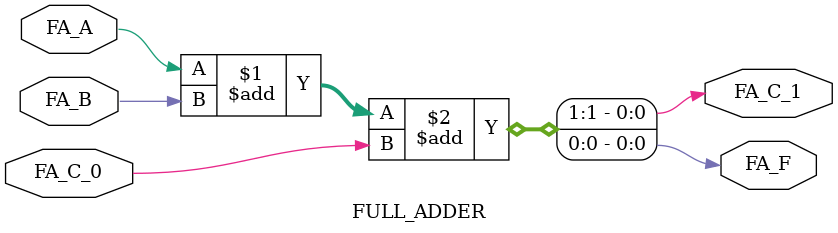
<source format=v>
`timescale 1ns / 1ps
module FULL_ADDER(
	input	FA_A,
	input	FA_B,
	input	FA_C_0,
	output	FA_F,
	output	FA_C_1
    );
	
	assign {FA_C_1, FA_F} = FA_A + FA_B + FA_C_0;

endmodule

</source>
